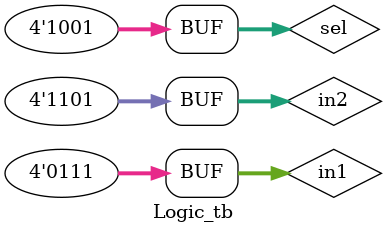
<source format=v>
`timescale 1ns/1ps

module Logic(in1, in2, out, sel);
	input [3:0] sel;
	input signed[3:0] in1, in2;
	output reg signed[3:0] out;
	wire[3:0] o1, o2, o3, o4, o5, o6, o7, o8, o9, o10;
	
	assign o1 = in1 & in2;
	assign o2 = in1 | in2;
	assign o3 = in1 ^ in2;
	assign o4 = in1 >>> in2;
	assign o5 = in1 <<< in2;
	assign o6 = in1 >> in2;
	assign o7 = in1 << in2;
	assign o8 = ~in1;
		
	
	
	always @(*)
	begin
		case(sel)
			4'b0000 : out = o1; //and
			4'b0001 : out = o2; //or
			4'b0010 : out = o3; //xor
			4'b0011 : out = o4; //arith rshift
			4'b0100 : out = o5; //arith lshift
			4'b0101 : out = o6; //logic rshift
			4'b0110 : out = o7;
			4'b0111 : out = o8;
		endcase
		
	end 
	
	//Circular Right Shift
	always @(*)
		if (in2[1:0] == 2'b00 && sel == 4'b1000)
		begin
			out = in1;
		end
		else if (in2[1:0] == 2'b01 && sel == 4'b1000)
		begin
			out = {in1[0], in1[3:1]};
		end
		else if (in2[1:0] == 2'b10 && sel == 4'b1000)
		begin
			out = {in1[1:0], in1[3:2]};
		end
		else if (in2[1:0] == 2'b11 && sel == 4'b1000)
		begin
			out = in1;
		end
		
		//Circular Left Shift
		else if (in2[1:0] == 2'b00 && sel == 4'b1001)
		begin
			out = in1;
		end
		else if (in2[1:0] == 2'b01 && sel == 4'b1001)
		begin
			out = {in1[2:0], in1[3]};
		end
		else if (in2[1:0] == 2'b10 && sel == 4'b1001)
		begin
			out = {in1[1:0], in1[3:2]};
		end
		else if (in2[1:0] == 2'b11 && sel == 4'b1001)
		begin
			out = in1;
		end
	
endmodule	

module Logic_tb;
	reg[3:0] sel;
	reg signed[3:0] in1, in2;
	wire signed[3:0] out;
	
	Logic log(in1, in2, out, sel);
	
	initial begin;
	$monitor("time:%d in1:%b in2=%b out=%b sel=%b", $time,in1, in2, out, sel);
	#0	in1=4'b0111; in2=4'b0010; sel=4'b0000;
	#10 	in1=4'b0001; in2=4'b0011; sel=4'b0001;
	#10	in1=4'b0101; in2=4'b0011; sel=4'b0010;
	#10	in1=4'b1100; in2=4'b0001; sel=4'b0011;
	#10	in1=4'b0101; in2=4'b0001; sel=4'b0100;
	#10	in1=4'b1100; in2=4'b0010; sel=4'b0101;
	#10	in1=4'b0101; in2=4'b0011; sel=4'b0110;
	#10	in1=4'b0101; in2=4'b0001; sel=4'b0111;
	#10	in1=4'b0111; in2=4'b1001; sel=4'b1000;
	#10	in1=4'b0111; in2=4'b1101; sel=4'b1001;
		
	end 
endmodule








</source>
